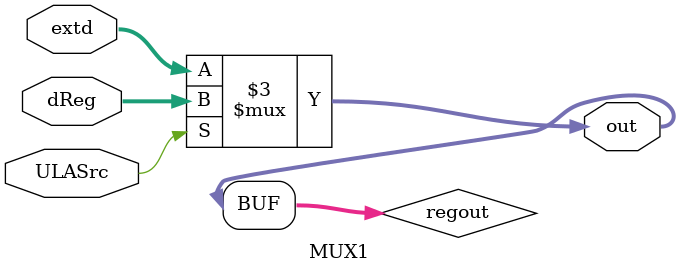
<source format=v>
module MUX1 (
  input wire [7:0] dReg,
  input wire [7:0] extd,
  output wire [7:0] out,
  input ULASrc
);
  reg [7:0] regout;
  
  
  always @(dReg or extd or ULASrc)
    begin
        regout = extd;
        if (ULASrc) begin
            regout = dReg;
        end 
    end
  assign out = regout;
endmodule
</source>
